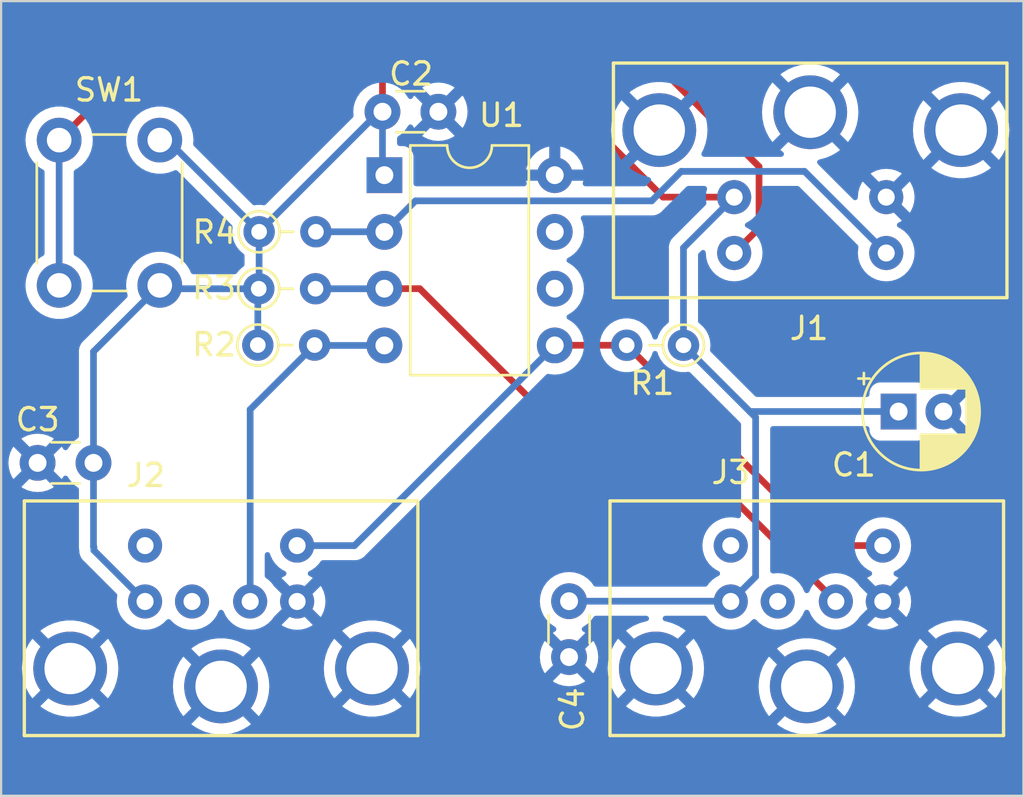
<source format=kicad_pcb>
(kicad_pcb (version 20221018) (generator pcbnew)
  (layers (0 "F.Cu" signal) (31 "B.Cu" signal) (34 "B.Paste" user) (35 "F.Paste" user) (36 "B.SilkS" user "B.Silkscreen") (37 "F.SilkS" user "F.Silkscreen") (38 "B.Mask" user) (39 "F.Mask" user) (44 "Edge.Cuts" user))
  (net 0 "")
  (net 1 "VCC")
  (net 2 "/ADB_DATA")
  (net 3 "/PS2_CLK")
  (net 6 "GND")
  (net 7 "/PS2_DTK")
  (net 8 "/PS2_DTM")
  (net 9 "/ADB_PWRON")
  (footprint "Capacitor_THT:CP_Radial_D5.0mm_P2.00mm" (layer "F.Cu") (at 174.76 38.6865)
    (fp_text reference "C1" (at -2.006731 2.387849) (layer "F.SilkS"))
    (fp_text value "10 uF" hide)
    (fp_line (start -1.804775 -1.475) (end -1.304775 -1.475) (stroke (width 0.12)) (layer "F.SilkS"))
    (fp_line (start -1.554775 -1.725) (end -1.554775 -1.225) (stroke (width 0.12)) (layer "F.SilkS"))
    (fp_line (start 1 -2.58) (end 1 -1.04) (stroke (width 0.12)) (layer "F.SilkS"))
    (fp_line (start 1 1.04) (end 1 2.58) (stroke (width 0.12)) (layer "F.SilkS"))
    (fp_line (start 1.04 -2.58) (end 1.04 -1.04) (stroke (width 0.12)) (layer "F.SilkS"))
    (fp_line (start 1.04 1.04) (end 1.04 2.58) (stroke (width 0.12)) (layer "F.SilkS"))
    (fp_line (start 1.08 -2.579) (end 1.08 -1.04) (stroke (width 0.12)) (layer "F.SilkS"))
    (fp_line (start 1.08 1.04) (end 1.08 2.579) (stroke (width 0.12)) (layer "F.SilkS"))
    (fp_line (start 1.12 -2.578) (end 1.12 -1.04) (stroke (width 0.12)) (layer "F.SilkS"))
    (fp_line (start 1.12 1.04) (end 1.12 2.578) (stroke (width 0.12)) (layer "F.SilkS"))
    (fp_line (start 1.16 -2.576) (end 1.16 -1.04) (stroke (width 0.12)) (layer "F.SilkS"))
    (fp_line (start 1.16 1.04) (end 1.16 2.576) (stroke (width 0.12)) (layer "F.SilkS"))
    (fp_line (start 1.2 -2.573) (end 1.2 -1.04) (stroke (width 0.12)) (layer "F.SilkS"))
    (fp_line (start 1.2 1.04) (end 1.2 2.573) (stroke (width 0.12)) (layer "F.SilkS"))
    (fp_line (start 1.24 -2.569) (end 1.24 -1.04) (stroke (width 0.12)) (layer "F.SilkS"))
    (fp_line (start 1.24 1.04) (end 1.24 2.569) (stroke (width 0.12)) (layer "F.SilkS"))
    (fp_line (start 1.28 -2.565) (end 1.28 -1.04) (stroke (width 0.12)) (layer "F.SilkS"))
    (fp_line (start 1.28 1.04) (end 1.28 2.565) (stroke (width 0.12)) (layer "F.SilkS"))
    (fp_line (start 1.32 -2.561) (end 1.32 -1.04) (stroke (width 0.12)) (layer "F.SilkS"))
    (fp_line (start 1.32 1.04) (end 1.32 2.561) (stroke (width 0.12)) (layer "F.SilkS"))
    (fp_line (start 1.36 -2.556) (end 1.36 -1.04) (stroke (width 0.12)) (layer "F.SilkS"))
    (fp_line (start 1.36 1.04) (end 1.36 2.556) (stroke (width 0.12)) (layer "F.SilkS"))
    (fp_line (start 1.4 -2.55) (end 1.4 -1.04) (stroke (width 0.12)) (layer "F.SilkS"))
    (fp_line (start 1.4 1.04) (end 1.4 2.55) (stroke (width 0.12)) (layer "F.SilkS"))
    (fp_line (start 1.44 -2.543) (end 1.44 -1.04) (stroke (width 0.12)) (layer "F.SilkS"))
    (fp_line (start 1.44 1.04) (end 1.44 2.543) (stroke (width 0.12)) (layer "F.SilkS"))
    (fp_line (start 1.48 -2.536) (end 1.48 -1.04) (stroke (width 0.12)) (layer "F.SilkS"))
    (fp_line (start 1.48 1.04) (end 1.48 2.536) (stroke (width 0.12)) (layer "F.SilkS"))
    (fp_line (start 1.52 -2.528) (end 1.52 -1.04) (stroke (width 0.12)) (layer "F.SilkS"))
    (fp_line (start 1.52 1.04) (end 1.52 2.528) (stroke (width 0.12)) (layer "F.SilkS"))
    (fp_line (start 1.56 -2.52) (end 1.56 -1.04) (stroke (width 0.12)) (layer "F.SilkS"))
    (fp_line (start 1.56 1.04) (end 1.56 2.52) (stroke (width 0.12)) (layer "F.SilkS"))
    (fp_line (start 1.6 -2.511) (end 1.6 -1.04) (stroke (width 0.12)) (layer "F.SilkS"))
    (fp_line (start 1.6 1.04) (end 1.6 2.511) (stroke (width 0.12)) (layer "F.SilkS"))
    (fp_line (start 1.64 -2.501) (end 1.64 -1.04) (stroke (width 0.12)) (layer "F.SilkS"))
    (fp_line (start 1.64 1.04) (end 1.64 2.501) (stroke (width 0.12)) (layer "F.SilkS"))
    (fp_line (start 1.68 -2.491) (end 1.68 -1.04) (stroke (width 0.12)) (layer "F.SilkS"))
    (fp_line (start 1.68 1.04) (end 1.68 2.491) (stroke (width 0.12)) (layer "F.SilkS"))
    (fp_line (start 1.721 -2.48) (end 1.721 -1.04) (stroke (width 0.12)) (layer "F.SilkS"))
    (fp_line (start 1.721 1.04) (end 1.721 2.48) (stroke (width 0.12)) (layer "F.SilkS"))
    (fp_line (start 1.761 -2.468) (end 1.761 -1.04) (stroke (width 0.12)) (layer "F.SilkS"))
    (fp_line (start 1.761 1.04) (end 1.761 2.468) (stroke (width 0.12)) (layer "F.SilkS"))
    (fp_line (start 1.801 -2.455) (end 1.801 -1.04) (stroke (width 0.12)) (layer "F.SilkS"))
    (fp_line (start 1.801 1.04) (end 1.801 2.455) (stroke (width 0.12)) (layer "F.SilkS"))
    (fp_line (start 1.841 -2.442) (end 1.841 -1.04) (stroke (width 0.12)) (layer "F.SilkS"))
    (fp_line (start 1.841 1.04) (end 1.841 2.442) (stroke (width 0.12)) (layer "F.SilkS"))
    (fp_line (start 1.881 -2.428) (end 1.881 -1.04) (stroke (width 0.12)) (layer "F.SilkS"))
    (fp_line (start 1.881 1.04) (end 1.881 2.428) (stroke (width 0.12)) (layer "F.SilkS"))
    (fp_line (start 1.921 -2.414) (end 1.921 -1.04) (stroke (width 0.12)) (layer "F.SilkS"))
    (fp_line (start 1.921 1.04) (end 1.921 2.414) (stroke (width 0.12)) (layer "F.SilkS"))
    (fp_line (start 1.961 -2.398) (end 1.961 -1.04) (stroke (width 0.12)) (layer "F.SilkS"))
    (fp_line (start 1.961 1.04) (end 1.961 2.398) (stroke (width 0.12)) (layer "F.SilkS"))
    (fp_line (start 2.001 -2.382) (end 2.001 -1.04) (stroke (width 0.12)) (layer "F.SilkS"))
    (fp_line (start 2.001 1.04) (end 2.001 2.382) (stroke (width 0.12)) (layer "F.SilkS"))
    (fp_line (start 2.041 -2.365) (end 2.041 -1.04) (stroke (width 0.12)) (layer "F.SilkS"))
    (fp_line (start 2.041 1.04) (end 2.041 2.365) (stroke (width 0.12)) (layer "F.SilkS"))
    (fp_line (start 2.081 -2.348) (end 2.081 -1.04) (stroke (width 0.12)) (layer "F.SilkS"))
    (fp_line (start 2.081 1.04) (end 2.081 2.348) (stroke (width 0.12)) (layer "F.SilkS"))
    (fp_line (start 2.121 -2.329) (end 2.121 -1.04) (stroke (width 0.12)) (layer "F.SilkS"))
    (fp_line (start 2.121 1.04) (end 2.121 2.329) (stroke (width 0.12)) (layer "F.SilkS"))
    (fp_line (start 2.161 -2.31) (end 2.161 -1.04) (stroke (width 0.12)) (layer "F.SilkS"))
    (fp_line (start 2.161 1.04) (end 2.161 2.31) (stroke (width 0.12)) (layer "F.SilkS"))
    (fp_line (start 2.201 -2.29) (end 2.201 -1.04) (stroke (width 0.12)) (layer "F.SilkS"))
    (fp_line (start 2.201 1.04) (end 2.201 2.29) (stroke (width 0.12)) (layer "F.SilkS"))
    (fp_line (start 2.241 -2.268) (end 2.241 -1.04) (stroke (width 0.12)) (layer "F.SilkS"))
    (fp_line (start 2.241 1.04) (end 2.241 2.268) (stroke (width 0.12)) (layer "F.SilkS"))
    (fp_line (start 2.281 -2.247) (end 2.281 -1.04) (stroke (width 0.12)) (layer "F.SilkS"))
    (fp_line (start 2.281 1.04) (end 2.281 2.247) (stroke (width 0.12)) (layer "F.SilkS"))
    (fp_line (start 2.321 -2.224) (end 2.321 -1.04) (stroke (width 0.12)) (layer "F.SilkS"))
    (fp_line (start 2.321 1.04) (end 2.321 2.224) (stroke (width 0.12)) (layer "F.SilkS"))
    (fp_line (start 2.361 -2.2) (end 2.361 -1.04) (stroke (width 0.12)) (layer "F.SilkS"))
    (fp_line (start 2.361 1.04) (end 2.361 2.2) (stroke (width 0.12)) (layer "F.SilkS"))
    (fp_line (start 2.401 -2.175) (end 2.401 -1.04) (stroke (width 0.12)) (layer "F.SilkS"))
    (fp_line (start 2.401 1.04) (end 2.401 2.175) (stroke (width 0.12)) (layer "F.SilkS"))
    (fp_line (start 2.441 -2.149) (end 2.441 -1.04) (stroke (width 0.12)) (layer "F.SilkS"))
    (fp_line (start 2.441 1.04) (end 2.441 2.149) (stroke (width 0.12)) (layer "F.SilkS"))
    (fp_line (start 2.481 -2.122) (end 2.481 -1.04) (stroke (width 0.12)) (layer "F.SilkS"))
    (fp_line (start 2.481 1.04) (end 2.481 2.122) (stroke (width 0.12)) (layer "F.SilkS"))
    (fp_line (start 2.521 -2.095) (end 2.521 -1.04) (stroke (width 0.12)) (layer "F.SilkS"))
    (fp_line (start 2.521 1.04) (end 2.521 2.095) (stroke (width 0.12)) (layer "F.SilkS"))
    (fp_line (start 2.561 -2.065) (end 2.561 -1.04) (stroke (width 0.12)) (layer "F.SilkS"))
    (fp_line (start 2.561 1.04) (end 2.561 2.065) (stroke (width 0.12)) (layer "F.SilkS"))
    (fp_line (start 2.601 -2.035) (end 2.601 -1.04) (stroke (width 0.12)) (layer "F.SilkS"))
    (fp_line (start 2.601 1.04) (end 2.601 2.035) (stroke (width 0.12)) (layer "F.SilkS"))
    (fp_line (start 2.641 -2.004) (end 2.641 -1.04) (stroke (width 0.12)) (layer "F.SilkS"))
    (fp_line (start 2.641 1.04) (end 2.641 2.004) (stroke (width 0.12)) (layer "F.SilkS"))
    (fp_line (start 2.681 -1.971) (end 2.681 -1.04) (stroke (width 0.12)) (layer "F.SilkS"))
    (fp_line (start 2.681 1.04) (end 2.681 1.971) (stroke (width 0.12)) (layer "F.SilkS"))
    (fp_line (start 2.721 -1.937) (end 2.721 -1.04) (stroke (width 0.12)) (layer "F.SilkS"))
    (fp_line (start 2.721 1.04) (end 2.721 1.937) (stroke (width 0.12)) (layer "F.SilkS"))
    (fp_line (start 2.761 -1.901) (end 2.761 -1.04) (stroke (width 0.12)) (layer "F.SilkS"))
    (fp_line (start 2.761 1.04) (end 2.761 1.901) (stroke (width 0.12)) (layer "F.SilkS"))
    (fp_line (start 2.801 -1.864) (end 2.801 -1.04) (stroke (width 0.12)) (layer "F.SilkS"))
    (fp_line (start 2.801 1.04) (end 2.801 1.864) (stroke (width 0.12)) (layer "F.SilkS"))
    (fp_line (start 2.841 -1.826) (end 2.841 -1.04) (stroke (width 0.12)) (layer "F.SilkS"))
    (fp_line (start 2.841 1.04) (end 2.841 1.826) (stroke (width 0.12)) (layer "F.SilkS"))
    (fp_line (start 2.881 -1.785) (end 2.881 -1.04) (stroke (width 0.12)) (layer "F.SilkS"))
    (fp_line (start 2.881 1.04) (end 2.881 1.785) (stroke (width 0.12)) (layer "F.SilkS"))
    (fp_line (start 2.921 -1.743) (end 2.921 -1.04) (stroke (width 0.12)) (layer "F.SilkS"))
    (fp_line (start 2.921 1.04) (end 2.921 1.743) (stroke (width 0.12)) (layer "F.SilkS"))
    (fp_line (start 2.961 -1.699) (end 2.961 -1.04) (stroke (width 0.12)) (layer "F.SilkS"))
    (fp_line (start 2.961 1.04) (end 2.961 1.699) (stroke (width 0.12)) (layer "F.SilkS"))
    (fp_line (start 3.001 -1.653) (end 3.001 -1.04) (stroke (width 0.12)) (layer "F.SilkS"))
    (fp_line (start 3.001 1.04) (end 3.001 1.653) (stroke (width 0.12)) (layer "F.SilkS"))
    (fp_line (start 3.041 -1.605) (end 3.041 1.605) (stroke (width 0.12)) (layer "F.SilkS"))
    (fp_line (start 3.081 -1.554) (end 3.081 1.554) (stroke (width 0.12)) (layer "F.SilkS"))
    (fp_line (start 3.121 -1.5) (end 3.121 1.5) (stroke (width 0.12)) (layer "F.SilkS"))
    (fp_line (start 3.161 -1.443) (end 3.161 1.443) (stroke (width 0.12)) (layer "F.SilkS"))
    (fp_line (start 3.201 -1.383) (end 3.201 1.383) (stroke (width 0.12)) (layer "F.SilkS"))
    (fp_line (start 3.241 -1.319) (end 3.241 1.319) (stroke (width 0.12)) (layer "F.SilkS"))
    (fp_line (start 3.281 -1.251) (end 3.281 1.251) (stroke (width 0.12)) (layer "F.SilkS"))
    (fp_line (start 3.321 -1.178) (end 3.321 1.178) (stroke (width 0.12)) (layer "F.SilkS"))
    (fp_line (start 3.361 -1.098) (end 3.361 1.098) (stroke (width 0.12)) (layer "F.SilkS"))
    (fp_line (start 3.401 -1.011) (end 3.401 1.011) (stroke (width 0.12)) (layer "F.SilkS"))
    (fp_line (start 3.441 -0.915) (end 3.441 0.915) (stroke (width 0.12)) (layer "F.SilkS"))
    (fp_line (start 3.481 -0.805) (end 3.481 0.805) (stroke (width 0.12)) (layer "F.SilkS"))
    (fp_line (start 3.521 -0.677) (end 3.521 0.677) (stroke (width 0.12)) (layer "F.SilkS"))
    (fp_line (start 3.561 -0.518) (end 3.561 0.518) (stroke (width 0.12)) (layer "F.SilkS"))
    (fp_line (start 3.601 -0.284) (end 3.601 0.284) (stroke (width 0.12)) (layer "F.SilkS"))
    (fp_circle (center 1 0) (end 3.62 0) (stroke (width 0.12)) (fill none) (layer "F.SilkS"))
    (pad "1" thru_hole rect (at 0 0) (size 1.6 1.6) (drill 0.8) (layers "*.Cu" "*.Mask") (net 1 "VCC"))
    (pad "2" thru_hole circle (at 2 0) (size 1.6 1.6) (drill 0.8) (layers "*.Cu" "*.Mask") (net 6 "GND"))
  )
  (footprint "Package_DIP:DIP-8_W7.62mm" (layer "F.Cu") (at 151.7608 28.1082)
    (fp_text reference "U1" (at 5.236269 -2.682101) (layer "F.SilkS"))
    (fp_text value "PIC12F1840" hide)
    (fp_line (start 1.16 -1.33) (end 1.16 8.95) (stroke (width 0.12)) (layer "F.SilkS"))
    (fp_line (start 1.16 8.95) (end 6.46 8.95) (stroke (width 0.12)) (layer "F.SilkS"))
    (fp_line (start 2.81 -1.33) (end 1.16 -1.33) (stroke (width 0.12)) (layer "F.SilkS"))
    (fp_line (start 6.46 -1.33) (end 4.81 -1.33) (stroke (width 0.12)) (layer "F.SilkS"))
    (fp_line (start 6.46 8.95) (end 6.46 -1.33) (stroke (width 0.12)) (layer "F.SilkS"))
    (fp_arc (start 4.81 -1.33) (mid 3.81 -0.33) (end 2.81 -1.33) (stroke (width 0.12)) (layer "F.SilkS"))
    (pad "1" thru_hole rect (at 0 0) (size 1.6 1.6) (drill 0.8) (layers "*.Cu" "*.Mask") (net 1 "VCC"))
    (pad "2" thru_hole oval (at 0 2.54) (size 1.6 1.6) (drill 0.8) (layers "*.Cu" "*.Mask") (net 2 "/ADB_DATA"))
    (pad "3" thru_hole oval (at 0 5.08) (size 1.6 1.6) (drill 0.8) (layers "*.Cu" "*.Mask") (net 8 "/PS2_DTM"))
    (pad "4" thru_hole oval (at 0 7.62) (size 1.6 1.6) (drill 0.8) (layers "*.Cu" "*.Mask") (net 7 "/PS2_DTK"))
    (pad "5" thru_hole oval (at 7.62 7.62) (size 1.6 1.6) (drill 0.8) (layers "*.Cu" "*.Mask") (net 3 "/PS2_CLK"))
    (pad "6" thru_hole oval (at 7.62 5.08) (size 1.6 1.6) (drill 0.8) (layers "*.Cu" "*.Mask"))
    (pad "7" thru_hole oval (at 7.62 2.54) (size 1.6 1.6) (drill 0.8) (layers "*.Cu" "*.Mask"))
    (pad "8" thru_hole oval (at 7.62 0) (size 1.6 1.6) (drill 0.8) (layers "*.Cu" "*.Mask") (net 6 "GND"))
  )
  (footprint "Resistor_THT:R_Axial_DIN0204_L3.6mm_D1.6mm_P2.54mm_Vertical" (layer "F.Cu") (at 146.1583 30.6419)
    (fp_text reference "R4" (at -1.99662 0.017987) (layer "F.SilkS"))
    (fp_text value "10K" hide)
    (fp_line (start 0.92 0) (end 1.54 0) (stroke (width 0.12)) (layer "F.SilkS"))
    (fp_circle (center 0 0) (end 0.92 0) (stroke (width 0.12)) (fill none) (layer "F.SilkS"))
    (pad "1" thru_hole circle (at 0 0) (size 1.4 1.4) (drill 0.7) (layers "*.Cu" "*.Mask") (net 1 "VCC"))
    (pad "2" thru_hole oval (at 2.54 0) (size 1.4 1.4) (drill 0.7) (layers "*.Cu" "*.Mask") (net 2 "/ADB_DATA"))
  )
  (footprint "Button_Switch_THT:SW_PUSH_6mm_H5mm" (layer "F.Cu") (at 141.7154 26.5407 -90)
    (fp_text reference "SW1" (at -2.248481 2.270965 -180) (layer "F.SilkS"))
    (fp_text value "PowerOn" hide)
    (fp_line (start -0.25 1.5) (end -0.25 3) (stroke (width 0.12)) (layer "F.SilkS"))
    (fp_line (start 1 5.5) (end 5.5 5.5) (stroke (width 0.12)) (layer "F.SilkS"))
    (fp_line (start 5.5 -1) (end 1 -1) (stroke (width 0.12)) (layer "F.SilkS"))
    (fp_line (start 6.75 3) (end 6.75 1.5) (stroke (width 0.12)) (layer "F.SilkS"))
    (pad "1" thru_hole circle (at 0 0) (size 2 2) (drill 1.1) (layers "*.Cu" "*.Mask") (net 1 "VCC"))
    (pad "1" thru_hole circle (at 6.5 0) (size 2 2) (drill 1.1) (layers "*.Cu" "*.Mask") (net 1 "VCC"))
    (pad "2" thru_hole circle (at 0 4.5) (size 2 2) (drill 1.1) (layers "*.Cu" "*.Mask") (net 9 "/ADB_PWRON"))
    (pad "2" thru_hole circle (at 6.5 4.5) (size 2 2) (drill 1.1) (layers "*.Cu" "*.Mask") (net 9 "/ADB_PWRON"))
  )
  (footprint "PS2_mini_din_6:MINI-DIN-6-FULL-SHIELD" (layer "F.Cu") (at 170.6517 55.6857 180)
    (fp_text reference "J3" (at 3.398051 14.274246) (layer "F.SilkS"))
    (fp_text value "PS/2 Mouse" hide)
    (fp_line (start -8.8 2.5) (end 8.8 2.5) (stroke (width 0.15)) (layer "F.SilkS"))
    (fp_line (start -8.8 13) (end -8.8 2.5) (stroke (width 0.15)) (layer "F.SilkS"))
    (fp_line (start 8.8 2.5) (end 8.8 13) (stroke (width 0.15)) (layer "F.SilkS"))
    (fp_line (start 8.8 13) (end -8.8 13) (stroke (width 0.15)) (layer "F.SilkS"))
    (pad "1" thru_hole circle (at -1.3 8.5 180) (size 1.524 1.524) (drill 0.762) (layers "*.Cu" "*.Mask") (net 8 "/PS2_DTM"))
    (pad "2" thru_hole circle (at 1.3 8.5 180) (size 1.524 1.524) (drill 0.762) (layers "*.Cu" "*.Mask"))
    (pad "3" thru_hole circle (at -6.75 5.5 180) (size 3.3 3.3) (drill 2.3) (layers "*.Cu" "*.Mask") (net 6 "GND"))
    (pad "3" thru_hole circle (at -3.4 8.5 180) (size 1.524 1.524) (drill 0.762) (layers "*.Cu" "*.Mask") (net 6 "GND"))
    (pad "3" thru_hole circle (at 0 4.7 180) (size 3.3 3.3) (drill 2.3) (layers "*.Cu" "*.Mask") (net 6 "GND"))
    (pad "3" thru_hole circle (at 6.75 5.5 180) (size 3.3 3.3) (drill 2.3) (layers "*.Cu" "*.Mask") (net 6 "GND"))
    (pad "4" thru_hole circle (at 3.4 8.5 180) (size 1.524 1.524) (drill 0.762) (layers "*.Cu" "*.Mask") (net 1 "VCC"))
    (pad "5" thru_hole circle (at -3.4 11 180) (size 1.524 1.524) (drill 0.762) (layers "*.Cu" "*.Mask") (net 3 "/PS2_CLK"))
    (pad "6" thru_hole circle (at 3.4 11 180) (size 1.524 1.524) (drill 0.762) (layers "*.Cu" "*.Mask"))
  )
  (footprint "PS2_mini_din_6:MINI-DIN-6-FULL-SHIELD" (layer "F.Cu") (at 144.4581 55.6872 180)
    (fp_text reference "J2" (at 3.366221 14.14708) (layer "F.SilkS"))
    (fp_text value "PS/2 Keyboard" hide)
    (fp_line (start -8.8 2.5) (end 8.8 2.5) (stroke (width 0.15)) (layer "F.SilkS"))
    (fp_line (start -8.8 13) (end -8.8 2.5) (stroke (width 0.15)) (layer "F.SilkS"))
    (fp_line (start 8.8 2.5) (end 8.8 13) (stroke (width 0.15)) (layer "F.SilkS"))
    (fp_line (start 8.8 13) (end -8.8 13) (stroke (width 0.15)) (layer "F.SilkS"))
    (pad "1" thru_hole circle (at -1.3 8.5 180) (size 1.524 1.524) (drill 0.762) (layers "*.Cu" "*.Mask") (net 7 "/PS2_DTK"))
    (pad "2" thru_hole circle (at 1.3 8.5 180) (size 1.524 1.524) (drill 0.762) (layers "*.Cu" "*.Mask"))
    (pad "3" thru_hole circle (at -6.75 5.5 180) (size 3.3 3.3) (drill 2.3) (layers "*.Cu" "*.Mask") (net 6 "GND"))
    (pad "3" thru_hole circle (at -3.4 8.5 180) (size 1.524 1.524) (drill 0.762) (layers "*.Cu" "*.Mask") (net 6 "GND"))
    (pad "3" thru_hole circle (at 0 4.7 180) (size 3.3 3.3) (drill 2.3) (layers "*.Cu" "*.Mask") (net 6 "GND"))
    (pad "3" thru_hole circle (at 6.75 5.5 180) (size 3.3 3.3) (drill 2.3) (layers "*.Cu" "*.Mask") (net 6 "GND"))
    (pad "4" thru_hole circle (at 3.4 8.5 180) (size 1.524 1.524) (drill 0.762) (layers "*.Cu" "*.Mask") (net 1 "VCC"))
    (pad "5" thru_hole circle (at -3.4 11 180) (size 1.524 1.524) (drill 0.762) (layers "*.Cu" "*.Mask") (net 3 "/PS2_CLK"))
    (pad "6" thru_hole circle (at 3.4 11 180) (size 1.524 1.524) (drill 0.762) (layers "*.Cu" "*.Mask"))
  )
  (footprint "Resistor_THT:R_Axial_DIN0204_L3.6mm_D1.6mm_P2.54mm_Vertical" (layer "F.Cu") (at 146.142 33.192)
    (fp_text reference "R3" (at -1.998329 -0.031883) (layer "F.SilkS"))
    (fp_text value "5K" hide)
    (fp_line (start 0.92 0) (end 1.54 0) (stroke (width 0.12)) (layer "F.SilkS"))
    (fp_circle (center 0 0) (end 0.92 0) (stroke (width 0.12)) (fill none) (layer "F.SilkS"))
    (pad "1" thru_hole circle (at 0 0) (size 1.4 1.4) (drill 0.7) (layers "*.Cu" "*.Mask") (net 1 "VCC"))
    (pad "2" thru_hole oval (at 2.54 0) (size 1.4 1.4) (drill 0.7) (layers "*.Cu" "*.Mask") (net 8 "/PS2_DTM"))
  )
  (footprint "Capacitor_THT:C_Disc_D3.0mm_W1.6mm_P2.50mm" (layer "F.Cu") (at 151.6755 25.2708)
    (fp_text reference "C2" (at 1.279834 -1.692016) (layer "F.SilkS"))
    (fp_text value "100 nF" hide)
    (fp_line (start 0.621 -0.92) (end 1.879 -0.92) (stroke (width 0.12)) (layer "F.SilkS"))
    (fp_line (start 0.621 0.92) (end 1.879 0.92) (stroke (width 0.12)) (layer "F.SilkS"))
    (pad "1" thru_hole circle (at 0 0) (size 1.6 1.6) (drill 0.8) (layers "*.Cu" "*.Mask") (net 1 "VCC"))
    (pad "2" thru_hole circle (at 2.5 0) (size 1.6 1.6) (drill 0.8) (layers "*.Cu" "*.Mask") (net 6 "GND"))
  )
  (footprint "Capacitor_THT:C_Disc_D3.0mm_W1.6mm_P2.50mm" (layer "F.Cu") (at 160.02 47.1747 -90)
    (fp_text reference "C4" (at 4.838453 -0.152794 -270) (layer "F.SilkS"))
    (fp_text value "470 nF" hide)
    (fp_line (start 0.621 -0.92) (end 1.879 -0.92) (stroke (width 0.12)) (layer "F.SilkS"))
    (fp_line (start 0.621 0.92) (end 1.879 0.92) (stroke (width 0.12)) (layer "F.SilkS"))
    (pad "1" thru_hole circle (at 0 0 270) (size 1.6 1.6) (drill 0.8) (layers "*.Cu" "*.Mask") (net 1 "VCC"))
    (pad "2" thru_hole circle (at 2.5 0 270) (size 1.6 1.6) (drill 0.8) (layers "*.Cu" "*.Mask") (net 6 "GND"))
  )
  (footprint "Capacitor_THT:C_Disc_D3.0mm_W1.6mm_P2.50mm" (layer "F.Cu") (at 138.7512 40.984 180)
    (fp_text reference "C3" (at 2.495623 1.935381) (layer "F.SilkS"))
    (fp_text value "470 nF" hide)
    (fp_line (start 0.621 -0.92) (end 1.879 -0.92) (stroke (width 0.12)) (layer "F.SilkS"))
    (fp_line (start 0.621 0.92) (end 1.879 0.92) (stroke (width 0.12)) (layer "F.SilkS"))
    (pad "1" thru_hole circle (at 0 0 180) (size 1.6 1.6) (drill 0.8) (layers "*.Cu" "*.Mask") (net 1 "VCC"))
    (pad "2" thru_hole circle (at 2.5 0 180) (size 1.6 1.6) (drill 0.8) (layers "*.Cu" "*.Mask") (net 6 "GND"))
  )
  (footprint "PS2_mini_din_6:MINI-DIN-4-FULL-SHIELD" (layer "F.Cu") (at 170.8043 20.5921)
    (fp_text reference "J1" (at -0.05021 14.372052) (layer "F.SilkS"))
    (fp_text value "ADB" hide)
    (fp_line (start -8.8 2.5) (end 8.8 2.5) (stroke (width 0.15)) (layer "F.SilkS"))
    (fp_line (start -8.8 13) (end -8.8 2.5) (stroke (width 0.15)) (layer "F.SilkS"))
    (fp_line (start 8.8 2.5) (end 8.8 13) (stroke (width 0.15)) (layer "F.SilkS"))
    (fp_line (start 8.8 13) (end -8.8 13) (stroke (width 0.15)) (layer "F.SilkS"))
    (pad "1" thru_hole circle (at 3.4 11) (size 1.524 1.524) (drill 0.762) (layers "*.Cu" "*.Mask") (net 2 "/ADB_DATA"))
    (pad "2" thru_hole circle (at -3.4 11) (size 1.524 1.524) (drill 0.762) (layers "*.Cu" "*.Mask") (net 9 "/ADB_PWRON"))
    (pad "3" thru_hole circle (at -3.4 8.5) (size 1.524 1.524) (drill 0.762) (layers "*.Cu" "*.Mask") (net 1 "VCC"))
    (pad "4" thru_hole circle (at -6.75 5.5) (size 3.3 3.3) (drill 2.3) (layers "*.Cu" "*.Mask") (net 6 "GND"))
    (pad "4" thru_hole circle (at 0 4.7) (size 3.3 3.3) (drill 2.3) (layers "*.Cu" "*.Mask") (net 6 "GND"))
    (pad "4" thru_hole circle (at 3.4 8.5) (size 1.524 1.524) (drill 0.762) (layers "*.Cu" "*.Mask") (net 6 "GND"))
    (pad "4" thru_hole circle (at 6.75 5.5) (size 3.3 3.3) (drill 2.3) (layers "*.Cu" "*.Mask") (net 6 "GND"))
  )
  (footprint "Resistor_THT:R_Axial_DIN0204_L3.6mm_D1.6mm_P2.54mm_Vertical" (layer "F.Cu") (at 146.1001 35.7126)
    (fp_text reference "R2" (at -1.956405 -0.016161) (layer "F.SilkS"))
    (fp_text value "5K" hide)
    (fp_line (start 0.92 0) (end 1.54 0) (stroke (width 0.12)) (layer "F.SilkS"))
    (fp_circle (center 0 0) (end 0.92 0) (stroke (width 0.12)) (fill none) (layer "F.SilkS"))
    (pad "1" thru_hole circle (at 0 0) (size 1.4 1.4) (drill 0.7) (layers "*.Cu" "*.Mask") (net 1 "VCC"))
    (pad "2" thru_hole oval (at 2.54 0) (size 1.4 1.4) (drill 0.7) (layers "*.Cu" "*.Mask") (net 7 "/PS2_DTK"))
  )
  (footprint "Resistor_THT:R_Axial_DIN0204_L3.6mm_D1.6mm_P2.54mm_Vertical" (layer "F.Cu") (at 165.1374 35.7204 180)
    (fp_text reference "R1" (at 1.396285 -1.699825) (layer "F.SilkS"))
    (fp_text value "5K" hide)
    (fp_line (start 0.92 0) (end 1.54 0) (stroke (width 0.12)) (layer "F.SilkS"))
    (fp_circle (center 0 0) (end 0.92 0) (stroke (width 0.12)) (fill none) (layer "F.SilkS"))
    (pad "1" thru_hole circle (at 0 0 180) (size 1.4 1.4) (drill 0.7) (layers "*.Cu" "*.Mask") (net 1 "VCC"))
    (pad "2" thru_hole oval (at 2.54 0 180) (size 1.4 1.4) (drill 0.7) (layers "*.Cu" "*.Mask") (net 3 "/PS2_CLK"))
  )
  (gr_rect (start 134.62 20.32) (end 180.34 55.88) (stroke (width 0.1)) (fill none) (layer "Edge.Cuts"))
  (segment (start 164.225872 29.0921) (end 157.993772 22.86) (width 0.3) (layer "F.Cu") (net 1))
  (segment (start 157.993772 22.86) (end 152.4 22.86) (width 0.3) (layer "F.Cu") (net 1))
  (segment (start 152.4 22.86) (end 151.6755 23.5845) (width 0.3) (layer "F.Cu") (net 1))
  (segment (start 167.4043 29.0921) (end 164.225872 29.0921) (width 0.3) (layer "F.Cu") (net 1))
  (segment (start 151.6755 23.5845) (end 151.6755 25.2708) (width 0.3) (layer "F.Cu") (net 1))
  (segment (start 138.769143 44.898243) (end 138.769143 44.758408) (width 0.3) (layer "B.Cu") (net 1))
  (segment (start 167.2517 47.1857) (end 168.3637 46.0737) (width 0.3) (layer "B.Cu") (net 1))
  (segment (start 146.1583 30.6419) (end 146.1583 33.1757) (width 0.3) (layer "B.Cu") (net 1))
  (segment (start 151.5294 25.2708) (end 151.6755 25.2708) (width 0.3) (layer "B.Cu") (net 1))
  (segment (start 167.2407 47.1747) (end 167.2517 47.1857) (width 0.3) (layer "B.Cu") (net 1))
  (segment (start 146.1001 33.2339) (end 146.142 33.192) (width 0.3) (layer "B.Cu") (net 1))
  (segment (start 160.02 47.1747) (end 167.2407 47.1747) (width 0.3) (layer "B.Cu") (net 1))
  (segment (start 146.1001 35.7126) (end 146.1001 33.2339) (width 0.3) (layer "B.Cu") (net 1))
  (segment (start 146.142 33.192) (end 141.8667 33.192) (width 0.3) (layer "B.Cu") (net 1))
  (segment (start 138.7512 44.740465) (end 138.7512 40.984) (width 0.3) (layer "B.Cu") (net 1))
  (segment (start 168.1035 38.6865) (end 165.1374 35.7204) (width 0.3) (layer "B.Cu") (net 1))
  (segment (start 141.8667 33.192) (end 141.7154 33.0407) (width 0.3) (layer "B.Cu") (net 1))
  (segment (start 138.769143 44.758408) (end 138.7512 44.740465) (width 0.3) (layer "B.Cu") (net 1))
  (segment (start 142.0571 26.5407) (end 141.7154 26.5407) (width 0.3) (layer "B.Cu") (net 1))
  (segment (start 151.6755 25.2708) (end 151.6755 28.0229) (width 0.3) (layer "B.Cu") (net 1))
  (segment (start 146.1583 33.1757) (end 146.142 33.192) (width 0.3) (layer "B.Cu") (net 1))
  (segment (start 146.1583 30.6419) (end 142.0571 26.5407) (width 0.3) (layer "B.Cu") (net 1))
  (segment (start 138.7512 40.984) (end 138.7512 36.0049) (width 0.3) (layer "B.Cu") (net 1))
  (segment (start 168.3637 38.9467) (end 168.1035 38.6865) (width 0.3) (layer "B.Cu") (net 1))
  (segment (start 141.0581 47.1872) (end 138.769143 44.898243) (width 0.3) (layer "B.Cu") (net 1))
  (segment (start 168.3637 46.0737) (end 168.3637 38.9467) (width 0.3) (layer "B.Cu") (net 1))
  (segment (start 146.1583 30.6419) (end 151.5294 25.2708) (width 0.3) (layer "B.Cu") (net 1))
  (segment (start 167.4043 29.0921) (end 165.1374 31.359) (width 0.3) (layer "B.Cu") (net 1))
  (segment (start 174.76 38.6865) (end 168.1035 38.6865) (width 0.3) (layer "B.Cu") (net 1))
  (segment (start 165.1374 31.359) (end 165.1374 35.7204) (width 0.3) (layer "B.Cu") (net 1))
  (segment (start 151.6755 28.0229) (end 151.7608 28.1082) (width 0.3) (layer "B.Cu") (net 1))
  (segment (start 138.7512 36.0049) (end 141.7154 33.0407) (width 0.3) (layer "B.Cu") (net 1))
  (segment (start 163.716628 29.2582) (end 153.1508 29.2582) (width 0.3) (layer "B.Cu") (net 2))
  (segment (start 170.5522 27.94) (end 165.034828 27.94) (width 0.3) (layer "B.Cu") (net 2))
  (segment (start 174.2043 31.5921) (end 170.5522 27.94) (width 0.3) (layer "B.Cu") (net 2))
  (segment (start 148.6983 30.6419) (end 151.7545 30.6419) (width 0.3) (layer "B.Cu") (net 2))
  (segment (start 151.7545 30.6419) (end 151.7608 30.6482) (width 0.3) (layer "B.Cu") (net 2))
  (segment (start 165.034828 27.94) (end 163.716628 29.2582) (width 0.3) (layer "B.Cu") (net 2))
  (segment (start 153.1508 29.2582) (end 151.7608 30.6482) (width 0.3) (layer "B.Cu") (net 2))
  (segment (start 159.3886 35.7204) (end 159.3808 35.7282) (width 0.3) (layer "F.Cu") (net 3))
  (segment (start 174.0517 44.6857) (end 171.5627 44.6857) (width 0.3) (layer "F.Cu") (net 3))
  (segment (start 162.5974 35.7204) (end 159.3886 35.7204) (width 0.3) (layer "F.Cu") (net 3))
  (segment (start 171.5627 44.6857) (end 162.5974 35.7204) (width 0.3) (layer "F.Cu") (net 3))
  (segment (start 150.4218 44.6872) (end 159.3808 35.7282) (width 0.3) (layer "B.Cu") (net 3))
  (segment (start 147.8581 44.6872) (end 150.4218 44.6872) (width 0.3) (layer "B.Cu") (net 3))
  (segment (start 148.6557 35.7282) (end 148.6401 35.7126) (width 0.3) (layer "B.Cu") (net 7))
  (segment (start 151.7608 35.7282) (end 148.6557 35.7282) (width 0.3) (layer "B.Cu") (net 7))
  (segment (start 145.7581 47.1872) (end 145.7581 38.5946) (width 0.3) (layer "B.Cu") (net 7))
  (segment (start 145.7581 38.5946) (end 148.6401 35.7126) (width 0.3) (layer "B.Cu") (net 7))
  (segment (start 153.342339 33.1882) (end 151.7608 33.1882) (width 0.3) (layer "F.Cu") (net 8))
  (segment (start 162.866 38.1) (end 158.254139 38.1) (width 0.3) (layer "F.Cu") (net 8))
  (segment (start 171.9517 47.1857) (end 162.866 38.1) (width 0.3) (layer "F.Cu") (net 8))
  (segment (start 158.254139 38.1) (end 153.342339 33.1882) (width 0.3) (layer "F.Cu") (net 8))
  (segment (start 148.682 33.192) (end 151.757 33.192) (width 0.3) (layer "B.Cu") (net 8))
  (segment (start 151.757 33.192) (end 151.7608 33.1882) (width 0.3) (layer "B.Cu") (net 8))
  (segment (start 168.5163 27.725672) (end 168.5163 30.4801) (width 0.3) (layer "F.Cu") (net 9))
  (segment (start 137.2154 26.5407) (end 141.395601 22.360499) (width 0.3) (layer "F.Cu") (net 9))
  (segment (start 168.5163 30.4801) (end 167.4043 31.5921) (width 0.3) (layer "F.Cu") (net 9))
  (segment (start 141.395601 22.360499) (end 163.151127 22.360499) (width 0.3) (layer "F.Cu") (net 9))
  (segment (start 163.151127 22.360499) (end 168.5163 27.725672) (width 0.3) (layer "F.Cu") (net 9))
  (segment (start 137.2154 33.0407) (end 137.2154 26.5407) (width 0.3) (layer "B.Cu") (net 9))
  (zone (net 6) (net_name "GND") (layer "B.Cu") (connect_pads (clearance 0.5)) (min_thickness 0.25) (fill yes (thermal_gap 0.5) (thermal_bridge_width 0.5))
    (polygon (pts (xy 134.62 20.32) (xy 180.34 20.32) (xy 180.34 55.88) (xy 134.62 55.88)))
  )
)
</source>
